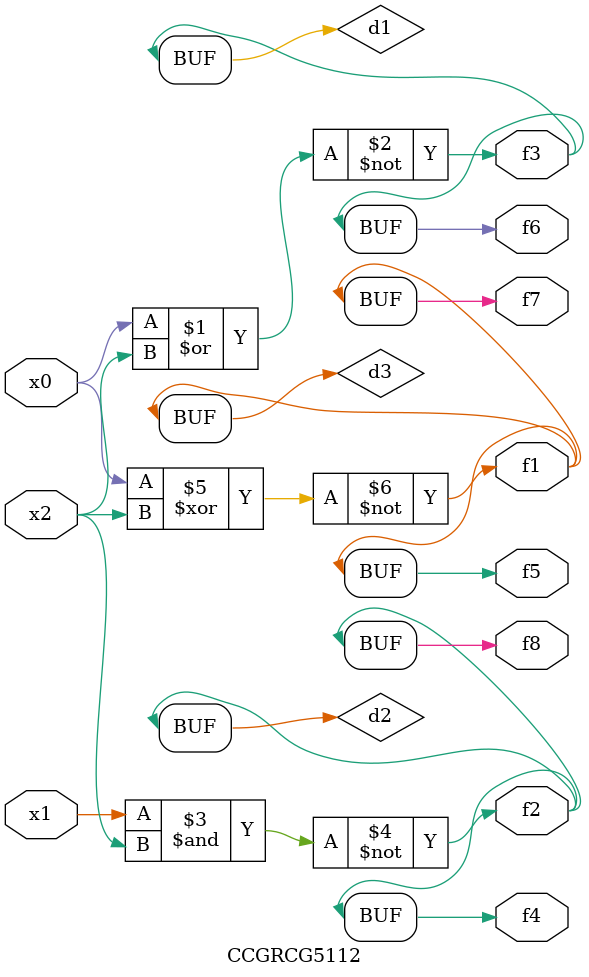
<source format=v>
module CCGRCG5112(
	input x0, x1, x2,
	output f1, f2, f3, f4, f5, f6, f7, f8
);

	wire d1, d2, d3;

	nor (d1, x0, x2);
	nand (d2, x1, x2);
	xnor (d3, x0, x2);
	assign f1 = d3;
	assign f2 = d2;
	assign f3 = d1;
	assign f4 = d2;
	assign f5 = d3;
	assign f6 = d1;
	assign f7 = d3;
	assign f8 = d2;
endmodule

</source>
